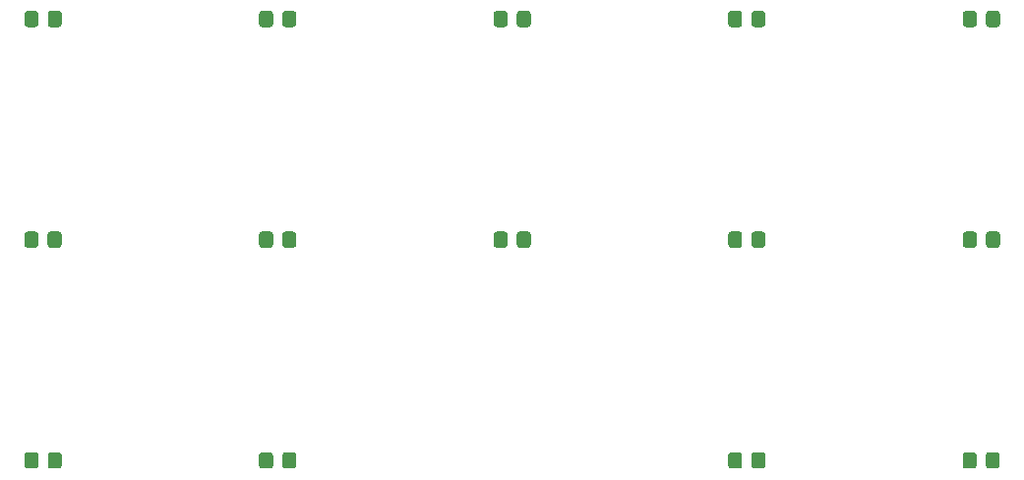
<source format=gbr>
%TF.GenerationSoftware,KiCad,Pcbnew,(5.1.8)-1*%
%TF.CreationDate,2021-11-07T18:09:00-05:00*%
%TF.ProjectId,Control_pad,436f6e74-726f-46c5-9f70-61642e6b6963,rev?*%
%TF.SameCoordinates,Original*%
%TF.FileFunction,Paste,Bot*%
%TF.FilePolarity,Positive*%
%FSLAX46Y46*%
G04 Gerber Fmt 4.6, Leading zero omitted, Abs format (unit mm)*
G04 Created by KiCad (PCBNEW (5.1.8)-1) date 2021-11-07 18:09:00*
%MOMM*%
%LPD*%
G01*
G04 APERTURE LIST*
G04 APERTURE END LIST*
%TO.C,R26*%
G36*
G01*
X191540000Y-118359999D02*
X191540000Y-119260001D01*
G75*
G02*
X191290001Y-119510000I-249999J0D01*
G01*
X190589999Y-119510000D01*
G75*
G02*
X190340000Y-119260001I0J249999D01*
G01*
X190340000Y-118359999D01*
G75*
G02*
X190589999Y-118110000I249999J0D01*
G01*
X191290001Y-118110000D01*
G75*
G02*
X191540000Y-118359999I0J-249999D01*
G01*
G37*
G36*
G01*
X193540000Y-118359999D02*
X193540000Y-119260001D01*
G75*
G02*
X193290001Y-119510000I-249999J0D01*
G01*
X192589999Y-119510000D01*
G75*
G02*
X192340000Y-119260001I0J249999D01*
G01*
X192340000Y-118359999D01*
G75*
G02*
X192589999Y-118110000I249999J0D01*
G01*
X193290001Y-118110000D01*
G75*
G02*
X193540000Y-118359999I0J-249999D01*
G01*
G37*
%TD*%
%TO.C,R25*%
G36*
G01*
X171370000Y-118359999D02*
X171370000Y-119260001D01*
G75*
G02*
X171120001Y-119510000I-249999J0D01*
G01*
X170419999Y-119510000D01*
G75*
G02*
X170170000Y-119260001I0J249999D01*
G01*
X170170000Y-118359999D01*
G75*
G02*
X170419999Y-118110000I249999J0D01*
G01*
X171120001Y-118110000D01*
G75*
G02*
X171370000Y-118359999I0J-249999D01*
G01*
G37*
G36*
G01*
X173370000Y-118359999D02*
X173370000Y-119260001D01*
G75*
G02*
X173120001Y-119510000I-249999J0D01*
G01*
X172419999Y-119510000D01*
G75*
G02*
X172170000Y-119260001I0J249999D01*
G01*
X172170000Y-118359999D01*
G75*
G02*
X172419999Y-118110000I249999J0D01*
G01*
X173120001Y-118110000D01*
G75*
G02*
X173370000Y-118359999I0J-249999D01*
G01*
G37*
%TD*%
%TO.C,R24*%
G36*
G01*
X130990000Y-118359999D02*
X130990000Y-119260001D01*
G75*
G02*
X130740001Y-119510000I-249999J0D01*
G01*
X130039999Y-119510000D01*
G75*
G02*
X129790000Y-119260001I0J249999D01*
G01*
X129790000Y-118359999D01*
G75*
G02*
X130039999Y-118110000I249999J0D01*
G01*
X130740001Y-118110000D01*
G75*
G02*
X130990000Y-118359999I0J-249999D01*
G01*
G37*
G36*
G01*
X132990000Y-118359999D02*
X132990000Y-119260001D01*
G75*
G02*
X132740001Y-119510000I-249999J0D01*
G01*
X132039999Y-119510000D01*
G75*
G02*
X131790000Y-119260001I0J249999D01*
G01*
X131790000Y-118359999D01*
G75*
G02*
X132039999Y-118110000I249999J0D01*
G01*
X132740001Y-118110000D01*
G75*
G02*
X132990000Y-118359999I0J-249999D01*
G01*
G37*
%TD*%
%TO.C,R19*%
G36*
G01*
X110800000Y-118359999D02*
X110800000Y-119260001D01*
G75*
G02*
X110550001Y-119510000I-249999J0D01*
G01*
X109849999Y-119510000D01*
G75*
G02*
X109600000Y-119260001I0J249999D01*
G01*
X109600000Y-118359999D01*
G75*
G02*
X109849999Y-118110000I249999J0D01*
G01*
X110550001Y-118110000D01*
G75*
G02*
X110800000Y-118359999I0J-249999D01*
G01*
G37*
G36*
G01*
X112800000Y-118359999D02*
X112800000Y-119260001D01*
G75*
G02*
X112550001Y-119510000I-249999J0D01*
G01*
X111849999Y-119510000D01*
G75*
G02*
X111600000Y-119260001I0J249999D01*
G01*
X111600000Y-118359999D01*
G75*
G02*
X111849999Y-118110000I249999J0D01*
G01*
X112550001Y-118110000D01*
G75*
G02*
X112800000Y-118359999I0J-249999D01*
G01*
G37*
%TD*%
%TO.C,R18*%
G36*
G01*
X191560000Y-99359999D02*
X191560000Y-100260001D01*
G75*
G02*
X191310001Y-100510000I-249999J0D01*
G01*
X190609999Y-100510000D01*
G75*
G02*
X190360000Y-100260001I0J249999D01*
G01*
X190360000Y-99359999D01*
G75*
G02*
X190609999Y-99110000I249999J0D01*
G01*
X191310001Y-99110000D01*
G75*
G02*
X191560000Y-99359999I0J-249999D01*
G01*
G37*
G36*
G01*
X193560000Y-99359999D02*
X193560000Y-100260001D01*
G75*
G02*
X193310001Y-100510000I-249999J0D01*
G01*
X192609999Y-100510000D01*
G75*
G02*
X192360000Y-100260001I0J249999D01*
G01*
X192360000Y-99359999D01*
G75*
G02*
X192609999Y-99110000I249999J0D01*
G01*
X193310001Y-99110000D01*
G75*
G02*
X193560000Y-99359999I0J-249999D01*
G01*
G37*
%TD*%
%TO.C,R17*%
G36*
G01*
X171370000Y-99359999D02*
X171370000Y-100260001D01*
G75*
G02*
X171120001Y-100510000I-249999J0D01*
G01*
X170419999Y-100510000D01*
G75*
G02*
X170170000Y-100260001I0J249999D01*
G01*
X170170000Y-99359999D01*
G75*
G02*
X170419999Y-99110000I249999J0D01*
G01*
X171120001Y-99110000D01*
G75*
G02*
X171370000Y-99359999I0J-249999D01*
G01*
G37*
G36*
G01*
X173370000Y-99359999D02*
X173370000Y-100260001D01*
G75*
G02*
X173120001Y-100510000I-249999J0D01*
G01*
X172419999Y-100510000D01*
G75*
G02*
X172170000Y-100260001I0J249999D01*
G01*
X172170000Y-99359999D01*
G75*
G02*
X172419999Y-99110000I249999J0D01*
G01*
X173120001Y-99110000D01*
G75*
G02*
X173370000Y-99359999I0J-249999D01*
G01*
G37*
%TD*%
%TO.C,R16*%
G36*
G01*
X151180000Y-99359999D02*
X151180000Y-100260001D01*
G75*
G02*
X150930001Y-100510000I-249999J0D01*
G01*
X150229999Y-100510000D01*
G75*
G02*
X149980000Y-100260001I0J249999D01*
G01*
X149980000Y-99359999D01*
G75*
G02*
X150229999Y-99110000I249999J0D01*
G01*
X150930001Y-99110000D01*
G75*
G02*
X151180000Y-99359999I0J-249999D01*
G01*
G37*
G36*
G01*
X153180000Y-99359999D02*
X153180000Y-100260001D01*
G75*
G02*
X152930001Y-100510000I-249999J0D01*
G01*
X152229999Y-100510000D01*
G75*
G02*
X151980000Y-100260001I0J249999D01*
G01*
X151980000Y-99359999D01*
G75*
G02*
X152229999Y-99110000I249999J0D01*
G01*
X152930001Y-99110000D01*
G75*
G02*
X153180000Y-99359999I0J-249999D01*
G01*
G37*
%TD*%
%TO.C,R10*%
G36*
G01*
X130990000Y-99359999D02*
X130990000Y-100260001D01*
G75*
G02*
X130740001Y-100510000I-249999J0D01*
G01*
X130039999Y-100510000D01*
G75*
G02*
X129790000Y-100260001I0J249999D01*
G01*
X129790000Y-99359999D01*
G75*
G02*
X130039999Y-99110000I249999J0D01*
G01*
X130740001Y-99110000D01*
G75*
G02*
X130990000Y-99359999I0J-249999D01*
G01*
G37*
G36*
G01*
X132990000Y-99359999D02*
X132990000Y-100260001D01*
G75*
G02*
X132740001Y-100510000I-249999J0D01*
G01*
X132039999Y-100510000D01*
G75*
G02*
X131790000Y-100260001I0J249999D01*
G01*
X131790000Y-99359999D01*
G75*
G02*
X132039999Y-99110000I249999J0D01*
G01*
X132740001Y-99110000D01*
G75*
G02*
X132990000Y-99359999I0J-249999D01*
G01*
G37*
%TD*%
%TO.C,R9*%
G36*
G01*
X110790000Y-99359999D02*
X110790000Y-100260001D01*
G75*
G02*
X110540001Y-100510000I-249999J0D01*
G01*
X109839999Y-100510000D01*
G75*
G02*
X109590000Y-100260001I0J249999D01*
G01*
X109590000Y-99359999D01*
G75*
G02*
X109839999Y-99110000I249999J0D01*
G01*
X110540001Y-99110000D01*
G75*
G02*
X110790000Y-99359999I0J-249999D01*
G01*
G37*
G36*
G01*
X112790000Y-99359999D02*
X112790000Y-100260001D01*
G75*
G02*
X112540001Y-100510000I-249999J0D01*
G01*
X111839999Y-100510000D01*
G75*
G02*
X111590000Y-100260001I0J249999D01*
G01*
X111590000Y-99359999D01*
G75*
G02*
X111839999Y-99110000I249999J0D01*
G01*
X112540001Y-99110000D01*
G75*
G02*
X112790000Y-99359999I0J-249999D01*
G01*
G37*
%TD*%
%TO.C,R8*%
G36*
G01*
X191560000Y-80359999D02*
X191560000Y-81260001D01*
G75*
G02*
X191310001Y-81510000I-249999J0D01*
G01*
X190609999Y-81510000D01*
G75*
G02*
X190360000Y-81260001I0J249999D01*
G01*
X190360000Y-80359999D01*
G75*
G02*
X190609999Y-80110000I249999J0D01*
G01*
X191310001Y-80110000D01*
G75*
G02*
X191560000Y-80359999I0J-249999D01*
G01*
G37*
G36*
G01*
X193560000Y-80359999D02*
X193560000Y-81260001D01*
G75*
G02*
X193310001Y-81510000I-249999J0D01*
G01*
X192609999Y-81510000D01*
G75*
G02*
X192360000Y-81260001I0J249999D01*
G01*
X192360000Y-80359999D01*
G75*
G02*
X192609999Y-80110000I249999J0D01*
G01*
X193310001Y-80110000D01*
G75*
G02*
X193560000Y-80359999I0J-249999D01*
G01*
G37*
%TD*%
%TO.C,R7*%
G36*
G01*
X171370000Y-80359999D02*
X171370000Y-81260001D01*
G75*
G02*
X171120001Y-81510000I-249999J0D01*
G01*
X170419999Y-81510000D01*
G75*
G02*
X170170000Y-81260001I0J249999D01*
G01*
X170170000Y-80359999D01*
G75*
G02*
X170419999Y-80110000I249999J0D01*
G01*
X171120001Y-80110000D01*
G75*
G02*
X171370000Y-80359999I0J-249999D01*
G01*
G37*
G36*
G01*
X173370000Y-80359999D02*
X173370000Y-81260001D01*
G75*
G02*
X173120001Y-81510000I-249999J0D01*
G01*
X172419999Y-81510000D01*
G75*
G02*
X172170000Y-81260001I0J249999D01*
G01*
X172170000Y-80359999D01*
G75*
G02*
X172419999Y-80110000I249999J0D01*
G01*
X173120001Y-80110000D01*
G75*
G02*
X173370000Y-80359999I0J-249999D01*
G01*
G37*
%TD*%
%TO.C,R3*%
G36*
G01*
X151180000Y-80359999D02*
X151180000Y-81260001D01*
G75*
G02*
X150930001Y-81510000I-249999J0D01*
G01*
X150229999Y-81510000D01*
G75*
G02*
X149980000Y-81260001I0J249999D01*
G01*
X149980000Y-80359999D01*
G75*
G02*
X150229999Y-80110000I249999J0D01*
G01*
X150930001Y-80110000D01*
G75*
G02*
X151180000Y-80359999I0J-249999D01*
G01*
G37*
G36*
G01*
X153180000Y-80359999D02*
X153180000Y-81260001D01*
G75*
G02*
X152930001Y-81510000I-249999J0D01*
G01*
X152229999Y-81510000D01*
G75*
G02*
X151980000Y-81260001I0J249999D01*
G01*
X151980000Y-80359999D01*
G75*
G02*
X152229999Y-80110000I249999J0D01*
G01*
X152930001Y-80110000D01*
G75*
G02*
X153180000Y-80359999I0J-249999D01*
G01*
G37*
%TD*%
%TO.C,R2*%
G36*
G01*
X130990000Y-80359999D02*
X130990000Y-81260001D01*
G75*
G02*
X130740001Y-81510000I-249999J0D01*
G01*
X130039999Y-81510000D01*
G75*
G02*
X129790000Y-81260001I0J249999D01*
G01*
X129790000Y-80359999D01*
G75*
G02*
X130039999Y-80110000I249999J0D01*
G01*
X130740001Y-80110000D01*
G75*
G02*
X130990000Y-80359999I0J-249999D01*
G01*
G37*
G36*
G01*
X132990000Y-80359999D02*
X132990000Y-81260001D01*
G75*
G02*
X132740001Y-81510000I-249999J0D01*
G01*
X132039999Y-81510000D01*
G75*
G02*
X131790000Y-81260001I0J249999D01*
G01*
X131790000Y-80359999D01*
G75*
G02*
X132039999Y-80110000I249999J0D01*
G01*
X132740001Y-80110000D01*
G75*
G02*
X132990000Y-80359999I0J-249999D01*
G01*
G37*
%TD*%
%TO.C,R1*%
G36*
G01*
X110800000Y-80359999D02*
X110800000Y-81260001D01*
G75*
G02*
X110550001Y-81510000I-249999J0D01*
G01*
X109849999Y-81510000D01*
G75*
G02*
X109600000Y-81260001I0J249999D01*
G01*
X109600000Y-80359999D01*
G75*
G02*
X109849999Y-80110000I249999J0D01*
G01*
X110550001Y-80110000D01*
G75*
G02*
X110800000Y-80359999I0J-249999D01*
G01*
G37*
G36*
G01*
X112800000Y-80359999D02*
X112800000Y-81260001D01*
G75*
G02*
X112550001Y-81510000I-249999J0D01*
G01*
X111849999Y-81510000D01*
G75*
G02*
X111600000Y-81260001I0J249999D01*
G01*
X111600000Y-80359999D01*
G75*
G02*
X111849999Y-80110000I249999J0D01*
G01*
X112550001Y-80110000D01*
G75*
G02*
X112800000Y-80359999I0J-249999D01*
G01*
G37*
%TD*%
M02*

</source>
